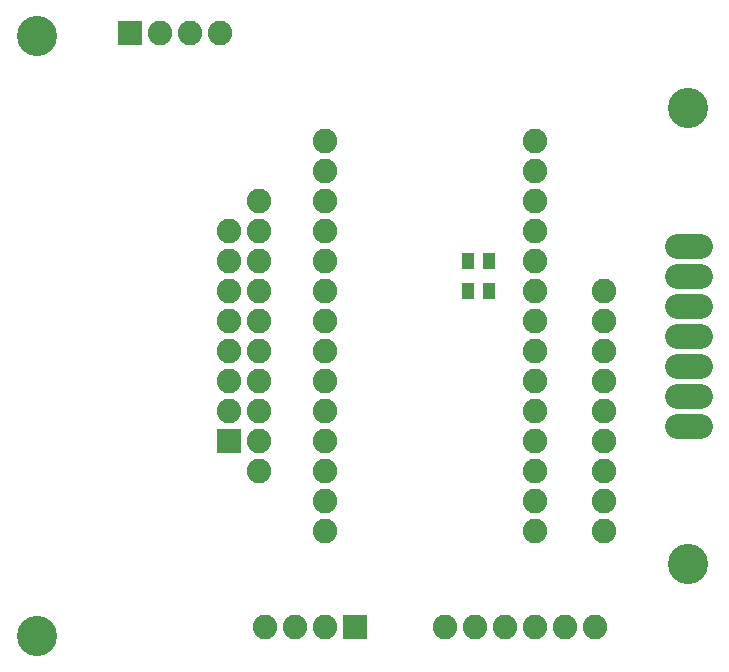
<source format=gbs>
G75*
G70*
%OFA0B0*%
%FSLAX24Y24*%
%IPPOS*%
%LPD*%
%AMOC8*
5,1,8,0,0,1.08239X$1,22.5*
%
%ADD10C,0.1340*%
%ADD11C,0.0820*%
%ADD12C,0.0480*%
%ADD13C,0.0820*%
%ADD14R,0.0820X0.0820*%
%ADD15R,0.0395X0.0552*%
D10*
X005633Y006900D03*
X027333Y009300D03*
X027333Y024500D03*
X005633Y026900D03*
D11*
X026963Y019900D02*
X027703Y019900D01*
X027703Y018900D02*
X026963Y018900D01*
X026963Y017900D02*
X027703Y017900D01*
X027703Y016900D02*
X026963Y016900D01*
X026963Y015900D02*
X027703Y015900D01*
X027703Y014900D02*
X026963Y014900D01*
X026963Y013900D02*
X027703Y013900D01*
D12*
X027333Y013900D03*
X027333Y014900D03*
X027333Y015900D03*
X027333Y016900D03*
X027333Y017900D03*
X027333Y018900D03*
X027333Y019900D03*
D13*
X024533Y018400D03*
X024533Y017400D03*
X024533Y016400D03*
X024533Y015400D03*
X024533Y014400D03*
X024533Y013400D03*
X024533Y012400D03*
X024533Y011400D03*
X024533Y010400D03*
X022233Y010400D03*
X022233Y011400D03*
X022233Y012400D03*
X022233Y013400D03*
X022233Y014400D03*
X022233Y015400D03*
X022233Y016400D03*
X022233Y017400D03*
X022233Y018400D03*
X022233Y019400D03*
X022233Y020400D03*
X022233Y021400D03*
X022233Y022400D03*
X022233Y023400D03*
X015233Y023400D03*
X015233Y022400D03*
X015233Y021400D03*
X015233Y020400D03*
X015233Y019400D03*
X015233Y018400D03*
X015233Y017400D03*
X015233Y016400D03*
X015233Y015400D03*
X015233Y014400D03*
X015233Y013400D03*
X015233Y012400D03*
X015233Y011400D03*
X015233Y010400D03*
X013033Y012400D03*
X013033Y013400D03*
X013033Y014400D03*
X012033Y014400D03*
X012033Y015400D03*
X013033Y015400D03*
X013033Y016400D03*
X012033Y016400D03*
X012033Y017400D03*
X013033Y017400D03*
X013033Y018400D03*
X012033Y018400D03*
X012033Y019400D03*
X013033Y019400D03*
X013033Y020400D03*
X012033Y020400D03*
X013033Y021400D03*
X011733Y027000D03*
X010733Y027000D03*
X009733Y027000D03*
X013233Y007200D03*
X014233Y007200D03*
X015233Y007200D03*
X019233Y007200D03*
X020233Y007200D03*
X021233Y007200D03*
X022233Y007200D03*
X023233Y007200D03*
X024233Y007200D03*
D14*
X016233Y007200D03*
X012033Y013400D03*
X008733Y027000D03*
D15*
X019979Y019400D03*
X020688Y019400D03*
X020688Y018400D03*
X019979Y018400D03*
M02*

</source>
